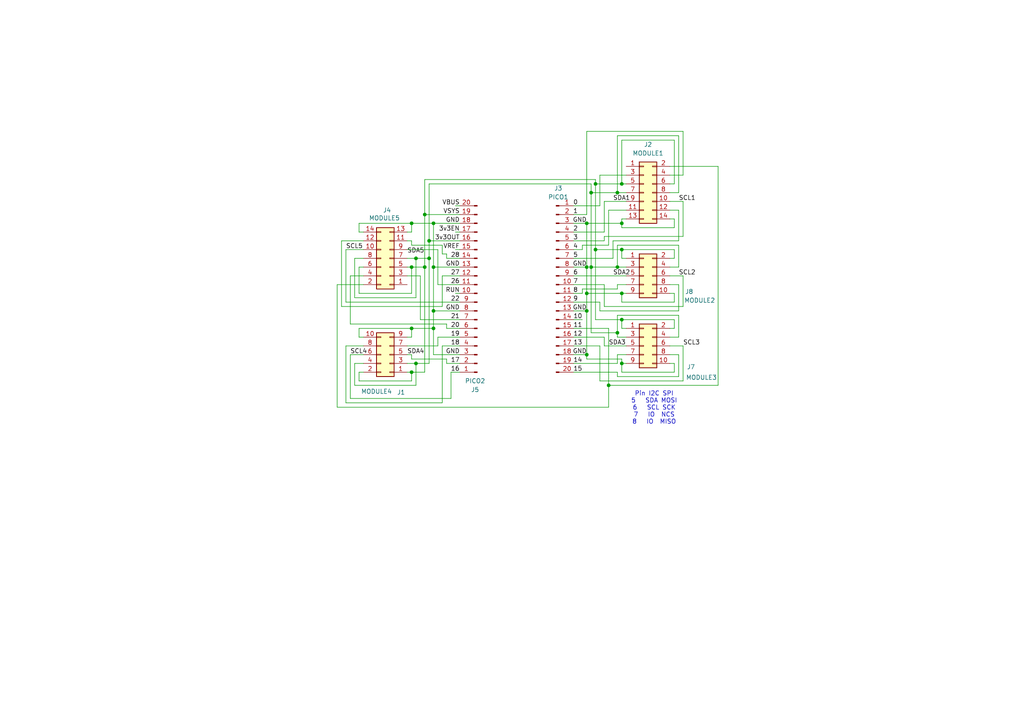
<source format=kicad_sch>
(kicad_sch (version 20231120) (generator "eeschema") (generator_version "8.0")
  (paper "A4")
  (lib_symbols
    (symbol "Connector:Conn_01x20_Pin" (pin_names (offset 1.016) hide)
      (property "Reference" "J" (at 0 25.4 0))
      (property "Value" "Conn_01x20_Pin" (at 0 -27.94 0))
      (symbol "Conn_01x20_Pin_1_1"
        (polyline (pts (xy 1.27 -25.4) (xy 0.8636 -25.4)) (stroke (width 0.1524)))
        (polyline (pts (xy 1.27 -22.86) (xy 0.8636 -22.86)) (stroke (width 0.1524)))
        (polyline (pts (xy 1.27 -20.32) (xy 0.8636 -20.32)) (stroke (width 0.1524)))
        (polyline (pts (xy 1.27 -17.78) (xy 0.8636 -17.78)) (stroke (width 0.1524)))
        (polyline (pts (xy 1.27 -15.24) (xy 0.8636 -15.24)) (stroke (width 0.1524)))
        (polyline (pts (xy 1.27 -12.7) (xy 0.8636 -12.7)) (stroke (width 0.1524)))
        (polyline (pts (xy 1.27 -10.16) (xy 0.8636 -10.16)) (stroke (width 0.1524)))
        (polyline (pts (xy 1.27 -7.62) (xy 0.8636 -7.62)) (stroke (width 0.1524)))
        (polyline (pts (xy 1.27 -5.08) (xy 0.8636 -5.08)) (stroke (width 0.1524)))
        (polyline (pts (xy 1.27 -2.54) (xy 0.8636 -2.54)) (stroke (width 0.1524)))
        (polyline (pts (xy 1.27 0) (xy 0.8636 0)) (stroke (width 0.1524)))
        (polyline (pts (xy 1.27 2.54) (xy 0.8636 2.54)) (stroke (width 0.1524)))
        (polyline (pts (xy 1.27 5.08) (xy 0.8636 5.08)) (stroke (width 0.1524)))
        (polyline (pts (xy 1.27 7.62) (xy 0.8636 7.62)) (stroke (width 0.1524)))
        (polyline (pts (xy 1.27 10.16) (xy 0.8636 10.16)) (stroke (width 0.1524)))
        (polyline (pts (xy 1.27 12.7) (xy 0.8636 12.7)) (stroke (width 0.1524)))
        (polyline (pts (xy 1.27 15.24) (xy 0.8636 15.24)) (stroke (width 0.1524)))
        (polyline (pts (xy 1.27 17.78) (xy 0.8636 17.78)) (stroke (width 0.1524)))
        (polyline (pts (xy 1.27 20.32) (xy 0.8636 20.32)) (stroke (width 0.1524)))
        (polyline (pts (xy 1.27 22.86) (xy 0.8636 22.86)) (stroke (width 0.1524)))
        (rectangle (start 0.8636 -25.273) (end 0 -25.527) (stroke (width 0.1524)) (fill (type outline)))
        (rectangle (start 0.8636 -22.733) (end 0 -22.987) (stroke (width 0.1524)) (fill (type outline)))
        (rectangle (start 0.8636 -20.193) (end 0 -20.447) (stroke (width 0.1524)) (fill (type outline)))
        (rectangle (start 0.8636 -17.653) (end 0 -17.907) (stroke (width 0.1524)) (fill (type outline)))
        (rectangle (start 0.8636 -15.113) (end 0 -15.367) (stroke (width 0.1524)) (fill (type outline)))
        (rectangle (start 0.8636 -12.573) (end 0 -12.827) (stroke (width 0.1524)) (fill (type outline)))
        (rectangle (start 0.8636 -10.033) (end 0 -10.287) (stroke (width 0.1524)) (fill (type outline)))
        (rectangle (start 0.8636 -7.493) (end 0 -7.747) (stroke (width 0.1524)) (fill (type outline)))
        (rectangle (start 0.8636 -4.953) (end 0 -5.207) (stroke (width 0.1524)) (fill (type outline)))
        (rectangle (start 0.8636 -2.413) (end 0 -2.667) (stroke (width 0.1524)) (fill (type outline)))
        (rectangle (start 0.8636 0.127) (end 0 -0.127) (stroke (width 0.1524)) (fill (type outline)))
        (rectangle (start 0.8636 2.667) (end 0 2.413) (stroke (width 0.1524)) (fill (type outline)))
        (rectangle (start 0.8636 5.207) (end 0 4.953) (stroke (width 0.1524)) (fill (type outline)))
        (rectangle (start 0.8636 7.747) (end 0 7.493) (stroke (width 0.1524)) (fill (type outline)))
        (rectangle (start 0.8636 10.287) (end 0 10.033) (stroke (width 0.1524)) (fill (type outline)))
        (rectangle (start 0.8636 12.827) (end 0 12.573) (stroke (width 0.1524)) (fill (type outline)))
        (rectangle (start 0.8636 15.367) (end 0 15.113) (stroke (width 0.1524)) (fill (type outline)))
        (rectangle (start 0.8636 17.907) (end 0 17.653) (stroke (width 0.1524)) (fill (type outline)))
        (rectangle (start 0.8636 20.447) (end 0 20.193) (stroke (width 0.1524)) (fill (type outline)))
        (rectangle (start 0.8636 22.987) (end 0 22.733) (stroke (width 0.1524)) (fill (type outline)))
        (pin passive line (at 5.08 22.86 180) (length 3.81) (name "Pin_1") (number "1"))
        (pin passive line (at 5.08 0 180) (length 3.81) (name "Pin_10") (number "10"))
        (pin passive line (at 5.08 -2.54 180) (length 3.81) (name "Pin_11") (number "11"))
        (pin passive line (at 5.08 -5.08 180) (length 3.81) (name "Pin_12") (number "12"))
        (pin passive line (at 5.08 -7.62 180) (length 3.81) (name "Pin_13") (number "13"))
        (pin passive line (at 5.08 -10.16 180) (length 3.81) (name "Pin_14") (number "14"))
        (pin passive line (at 5.08 -12.7 180) (length 3.81) (name "Pin_15") (number "15"))
        (pin passive line (at 5.08 -15.24 180) (length 3.81) (name "Pin_16") (number "16"))
        (pin passive line (at 5.08 -17.78 180) (length 3.81) (name "Pin_17") (number "17"))
        (pin passive line (at 5.08 -20.32 180) (length 3.81) (name "Pin_18") (number "18"))
        (pin passive line (at 5.08 -22.86 180) (length 3.81) (name "Pin_19") (number "19"))
        (pin passive line (at 5.08 20.32 180) (length 3.81) (name "Pin_2") (number "2"))
        (pin passive line (at 5.08 -25.4 180) (length 3.81) (name "Pin_20") (number "20"))
        (pin passive line (at 5.08 17.78 180) (length 3.81) (name "Pin_3") (number "3"))
        (pin passive line (at 5.08 15.24 180) (length 3.81) (name "Pin_4") (number "4"))
        (pin passive line (at 5.08 12.7 180) (length 3.81) (name "Pin_5") (number "5"))
        (pin passive line (at 5.08 10.16 180) (length 3.81) (name "Pin_6") (number "6"))
        (pin passive line (at 5.08 7.62 180) (length 3.81) (name "Pin_7") (number "7"))
        (pin passive line (at 5.08 5.08 180) (length 3.81) (name "Pin_8") (number "8"))
        (pin passive line (at 5.08 2.54 180) (length 3.81) (name "Pin_9") (number "9"))
      )
    )
    (symbol "Connector_Generic:Conn_02x05_Odd_Even" (pin_names (offset 1.016) hide)
      (property "Reference" "J" (at 1.27 7.62 0))
      (property "Value" "Conn_02x05_Odd_Even" (at 1.27 -7.62 0))
      (symbol "Conn_02x05_Odd_Even_1_1"
        (rectangle (start -1.27 -4.953) (end 0 -5.207) (stroke (width 0.1524)))
        (rectangle (start -1.27 -2.413) (end 0 -2.667) (stroke (width 0.1524)))
        (rectangle (start -1.27 0.127) (end 0 -0.127) (stroke (width 0.1524)))
        (rectangle (start -1.27 2.667) (end 0 2.413) (stroke (width 0.1524)))
        (rectangle (start -1.27 5.207) (end 0 4.953) (stroke (width 0.1524)))
        (rectangle (start -1.27 6.35) (end 3.81 -6.35) (stroke (width 0.254)) (fill (type background)))
        (rectangle (start 3.81 -4.953) (end 2.54 -5.207) (stroke (width 0.1524)))
        (rectangle (start 3.81 -2.413) (end 2.54 -2.667) (stroke (width 0.1524)))
        (rectangle (start 3.81 0.127) (end 2.54 -0.127) (stroke (width 0.1524)))
        (rectangle (start 3.81 2.667) (end 2.54 2.413) (stroke (width 0.1524)))
        (rectangle (start 3.81 5.207) (end 2.54 4.953) (stroke (width 0.1524)))
        (pin passive line (at -5.08 5.08 0) (length 3.81) (name "Pin_1") (number "1"))
        (pin passive line (at 7.62 -5.08 180) (length 3.81) (name "Pin_10") (number "10"))
        (pin passive line (at 7.62 5.08 180) (length 3.81) (name "Pin_2") (number "2"))
        (pin passive line (at -5.08 2.54 0) (length 3.81) (name "Pin_3") (number "3"))
        (pin passive line (at 7.62 2.54 180) (length 3.81) (name "Pin_4") (number "4"))
        (pin passive line (at -5.08 0 0) (length 3.81) (name "Pin_5") (number "5"))
        (pin passive line (at 7.62 0 180) (length 3.81) (name "Pin_6") (number "6"))
        (pin passive line (at -5.08 -2.54 0) (length 3.81) (name "Pin_7") (number "7"))
        (pin passive line (at 7.62 -2.54 180) (length 3.81) (name "Pin_8") (number "8"))
        (pin passive line (at -5.08 -5.08 0) (length 3.81) (name "Pin_9") (number "9"))
      )
    )
    (symbol "Connector_Generic:Conn_02x07_Odd_Even" (pin_names (offset 1.016) hide)
      (property "Reference" "J" (at 1.27 10.16 0))
      (property "Value" "Conn_02x07_Odd_Even" (at 1.27 -10.16 0))
      (symbol "Conn_02x07_Odd_Even_1_1"
        (rectangle (start -1.27 -7.493) (end 0 -7.747) (stroke (width 0.1524)))
        (rectangle (start -1.27 -4.953) (end 0 -5.207) (stroke (width 0.1524)))
        (rectangle (start -1.27 -2.413) (end 0 -2.667) (stroke (width 0.1524)))
        (rectangle (start -1.27 0.127) (end 0 -0.127) (stroke (width 0.1524)))
        (rectangle (start -1.27 2.667) (end 0 2.413) (stroke (width 0.1524)))
        (rectangle (start -1.27 5.207) (end 0 4.953) (stroke (width 0.1524)))
        (rectangle (start -1.27 7.747) (end 0 7.493) (stroke (width 0.1524)))
        (rectangle (start -1.27 8.89) (end 3.81 -8.89) (stroke (width 0.254)) (fill (type background)))
        (rectangle (start 3.81 -7.493) (end 2.54 -7.747) (stroke (width 0.1524)))
        (rectangle (start 3.81 -4.953) (end 2.54 -5.207) (stroke (width 0.1524)))
        (rectangle (start 3.81 -2.413) (end 2.54 -2.667) (stroke (width 0.1524)))
        (rectangle (start 3.81 0.127) (end 2.54 -0.127) (stroke (width 0.1524)))
        (rectangle (start 3.81 2.667) (end 2.54 2.413) (stroke (width 0.1524)))
        (rectangle (start 3.81 5.207) (end 2.54 4.953) (stroke (width 0.1524)))
        (rectangle (start 3.81 7.747) (end 2.54 7.493) (stroke (width 0.1524)))
        (pin passive line (at -5.08 7.62 0) (length 3.81) (name "Pin_1") (number "1"))
        (pin passive line (at 7.62 -2.54 180) (length 3.81) (name "Pin_10") (number "10"))
        (pin passive line (at -5.08 -5.08 0) (length 3.81) (name "Pin_11") (number "11"))
        (pin passive line (at 7.62 -5.08 180) (length 3.81) (name "Pin_12") (number "12"))
        (pin passive line (at -5.08 -7.62 0) (length 3.81) (name "Pin_13") (number "13"))
        (pin passive line (at 7.62 -7.62 180) (length 3.81) (name "Pin_14") (number "14"))
        (pin passive line (at 7.62 7.62 180) (length 3.81) (name "Pin_2") (number "2"))
        (pin passive line (at -5.08 5.08 0) (length 3.81) (name "Pin_3") (number "3"))
        (pin passive line (at 7.62 5.08 180) (length 3.81) (name "Pin_4") (number "4"))
        (pin passive line (at -5.08 2.54 0) (length 3.81) (name "Pin_5") (number "5"))
        (pin passive line (at 7.62 2.54 180) (length 3.81) (name "Pin_6") (number "6"))
        (pin passive line (at -5.08 0 0) (length 3.81) (name "Pin_7") (number "7"))
        (pin passive line (at 7.62 0 180) (length 3.81) (name "Pin_8") (number "8"))
        (pin passive line (at -5.08 -2.54 0) (length 3.81) (name "Pin_9") (number "9"))
      )
    )
  )
  (junction (at 170.18 90.17))
  (junction (at 172.72 72.39))
  (junction (at 171.45 55.88))
  (junction (at 125.73 95.25))
  (junction (at 125.73 77.47))
  (junction (at 172.72 53.34))
  (junction (at 180.34 64.77))
  (junction (at 170.18 77.47))
  (junction (at 179.07 55.88))
  (junction (at 124.46 74.93))
  (junction (at 123.19 77.47))
  (junction (at 180.34 53.34))
  (junction (at 176.53 111.76))
  (junction (at 119.38 107.95))
  (junction (at 180.34 105.41))
  (junction (at 180.34 92.71))
  (junction (at 123.19 62.23))
  (junction (at 180.34 85.09))
  (junction (at 120.65 105.41))
  (junction (at 179.07 96.52))
  (junction (at 180.34 72.39))
  (junction (at 170.18 85.09))
  (junction (at 124.46 69.85))
  (junction (at 119.38 95.25))
  (junction (at 170.18 102.87))
  (junction (at 171.45 77.47))
  (junction (at 119.38 77.47))
  (junction (at 170.18 64.77))
  (junction (at 125.73 64.77))
  (junction (at 120.65 74.93))
  (junction (at 119.38 64.77))
  (junction (at 125.73 90.17))
  (junction (at 179.07 77.47))
  (wire (pts (xy 196.85 91.44) (xy 196.85 97.79)))
  (wire (pts (xy 179.07 82.55) (xy 179.07 83.82)))
  (wire (pts (xy 180.34 63.5) (xy 181.61 63.5)))
  (wire (pts (xy 118.11 74.93) (xy 120.65 74.93)))
  (wire (pts (xy 171.45 96.52) (xy 171.45 77.47)))
  (wire (pts (xy 133.35 85.09) (xy 132.08 85.09)))
  (wire (pts (xy 119.38 71.12) (xy 119.38 69.85)))
  (wire (pts (xy 175.26 88.9) (xy 175.26 82.55)))
  (wire (pts (xy 196.85 77.47) (xy 194.31 77.47)))
  (wire (pts (xy 194.31 102.87) (xy 196.85 102.87)))
  (wire (pts (xy 97.79 82.55) (xy 97.79 118.11)))
  (wire (pts (xy 166.37 72.39) (xy 168.91 72.39)))
  (wire (pts (xy 121.92 80.01) (xy 121.92 92.71)))
  (wire (pts (xy 166.37 80.01) (xy 181.61 80.01)))
  (wire (pts (xy 181.61 77.47) (xy 179.07 77.47)))
  (wire (pts (xy 172.72 52.07) (xy 123.19 52.07)))
  (wire (pts (xy 124.46 69.85) (xy 124.46 74.93)))
  (wire (pts (xy 173.99 87.63) (xy 173.99 90.17)))
  (wire (pts (xy 170.18 62.23) (xy 170.18 38.1)))
  (wire (pts (xy 180.34 92.71) (xy 180.34 95.25)))
  (wire (pts (xy 194.31 105.41) (xy 195.58 105.41)))
  (wire (pts (xy 175.26 100.33) (xy 175.26 97.79)))
  (wire (pts (xy 99.06 88.9) (xy 99.06 69.85)))
  (wire (pts (xy 123.19 62.23) (xy 123.19 77.47)))
  (wire (pts (xy 179.07 91.44) (xy 196.85 91.44)))
  (wire (pts (xy 194.31 55.88) (xy 196.85 55.88)))
  (wire (pts (xy 121.92 80.01) (xy 118.11 80.01)))
  (wire (pts (xy 121.92 92.71) (xy 133.35 92.71)))
  (wire (pts (xy 105.41 97.79) (xy 104.14 97.79)))
  (wire (pts (xy 179.07 97.79) (xy 179.07 96.52)))
  (wire (pts (xy 166.37 100.33) (xy 173.99 100.33)))
  (wire (pts (xy 124.46 74.93) (xy 124.46 105.41)))
  (wire (pts (xy 133.35 72.39) (xy 132.08 72.39)))
  (wire (pts (xy 194.31 53.34) (xy 195.58 53.34)))
  (wire (pts (xy 129.54 73.66) (xy 128.27 73.66)))
  (wire (pts (xy 194.31 58.42) (xy 198.12 58.42)))
  (wire (pts (xy 194.31 82.55) (xy 196.85 82.55)))
  (wire (pts (xy 127 82.55) (xy 127 72.39)))
  (wire (pts (xy 194.31 95.25) (xy 195.58 95.25)))
  (wire (pts (xy 166.37 105.41) (xy 179.07 105.41)))
  (wire (pts (xy 170.18 38.1) (xy 198.12 38.1)))
  (wire (pts (xy 119.38 77.47) (xy 123.19 77.47)))
  (wire (pts (xy 195.58 95.25) (xy 195.58 92.71)))
  (wire (pts (xy 123.19 52.07) (xy 123.19 62.23)))
  (wire (pts (xy 180.34 66.04) (xy 180.34 64.77)))
  (wire (pts (xy 170.18 90.17) (xy 166.37 90.17)))
  (wire (pts (xy 172.72 53.34) (xy 180.34 53.34)))
  (wire (pts (xy 195.58 66.04) (xy 180.34 66.04)))
  (wire (pts (xy 119.38 67.31) (xy 119.38 64.77)))
  (wire (pts (xy 175.26 68.58) (xy 175.26 69.85)))
  (wire (pts (xy 194.31 85.09) (xy 195.58 85.09)))
  (wire (pts (xy 128.27 116.84) (xy 100.33 116.84)))
  (wire (pts (xy 179.07 39.37) (xy 196.85 39.37)))
  (wire (pts (xy 173.99 100.33) (xy 173.99 110.49)))
  (wire (pts (xy 198.12 38.1) (xy 198.12 50.8)))
  (wire (pts (xy 181.61 74.93) (xy 180.34 74.93)))
  (wire (pts (xy 125.73 77.47) (xy 125.73 90.17)))
  (wire (pts (xy 105.41 82.55) (xy 97.79 82.55)))
  (wire (pts (xy 195.58 63.5) (xy 195.58 66.04)))
  (wire (pts (xy 119.38 64.77) (xy 104.14 64.77)))
  (wire (pts (xy 104.14 77.47) (xy 105.41 77.47)))
  (wire (pts (xy 100.33 72.39) (xy 105.41 72.39)))
  (wire (pts (xy 196.85 69.85) (xy 196.85 60.96)))
  (wire (pts (xy 180.34 104.14) (xy 170.18 104.14)))
  (wire (pts (xy 175.26 58.42) (xy 181.61 58.42)))
  (wire (pts (xy 166.37 67.31) (xy 175.26 67.31)))
  (wire (pts (xy 170.18 77.47) (xy 170.18 64.77)))
  (wire (pts (xy 125.73 95.25) (xy 125.73 90.17)))
  (wire (pts (xy 119.38 102.87) (xy 119.38 104.14)))
  (wire (pts (xy 176.53 111.76) (xy 208.28 111.76)))
  (wire (pts (xy 166.37 92.71) (xy 168.91 92.71)))
  (wire (pts (xy 195.58 85.09) (xy 195.58 87.63)))
  (wire (pts (xy 123.19 107.95) (xy 119.38 107.95)))
  (wire (pts (xy 180.34 72.39) (xy 195.58 72.39)))
  (wire (pts (xy 129.54 73.66) (xy 129.54 74.93)))
  (wire (pts (xy 102.87 111.76) (xy 102.87 105.41)))
  (wire (pts (xy 133.35 67.31) (xy 132.08 67.31)))
  (wire (pts (xy 179.07 102.87) (xy 181.61 102.87)))
  (wire (pts (xy 180.34 64.77) (xy 180.34 63.5)))
  (wire (pts (xy 179.07 71.12) (xy 196.85 71.12)))
  (wire (pts (xy 119.38 64.77) (xy 125.73 64.77)))
  (wire (pts (xy 133.35 80.01) (xy 128.27 80.01)))
  (wire (pts (xy 104.14 110.49) (xy 104.14 107.95)))
  (wire (pts (xy 128.27 100.33) (xy 133.35 100.33)))
  (wire (pts (xy 170.18 90.17) (xy 170.18 85.09)))
  (wire (pts (xy 133.35 102.87) (xy 125.73 102.87)))
  (wire (pts (xy 120.65 74.93) (xy 120.65 86.36)))
  (wire (pts (xy 118.11 69.85) (xy 119.38 69.85)))
  (wire (pts (xy 128.27 73.66) (xy 128.27 71.12)))
  (wire (pts (xy 170.18 77.47) (xy 166.37 77.47)))
  (wire (pts (xy 170.18 64.77) (xy 180.34 64.77)))
  (wire (pts (xy 172.72 72.39) (xy 172.72 53.34)))
  (wire (pts (xy 181.61 85.09) (xy 180.34 85.09)))
  (wire (pts (xy 124.46 69.85) (xy 133.35 69.85)))
  (wire (pts (xy 180.34 105.41) (xy 180.34 104.14)))
  (wire (pts (xy 120.65 86.36) (xy 102.87 86.36)))
  (wire (pts (xy 175.26 67.31) (xy 175.26 58.42)))
  (wire (pts (xy 180.34 40.64) (xy 195.58 40.64)))
  (wire (pts (xy 97.79 118.11) (xy 176.53 118.11)))
  (wire (pts (xy 177.8 74.93) (xy 177.8 69.85)))
  (wire (pts (xy 166.37 87.63) (xy 173.99 87.63)))
  (wire (pts (xy 128.27 88.9) (xy 99.06 88.9)))
  (wire (pts (xy 180.34 95.25) (xy 181.61 95.25)))
  (wire (pts (xy 166.37 69.85) (xy 175.26 69.85)))
  (wire (pts (xy 180.34 87.63) (xy 195.58 87.63)))
  (wire (pts (xy 180.34 92.71) (xy 172.72 92.71)))
  (wire (pts (xy 119.38 77.47) (xy 119.38 85.09)))
  (wire (pts (xy 125.73 102.87) (xy 125.73 95.25)))
  (wire (pts (xy 168.91 72.39) (xy 168.91 71.12)))
  (wire (pts (xy 179.07 55.88) (xy 181.61 55.88)))
  (wire (pts (xy 129.54 95.25) (xy 133.35 95.25)))
  (wire (pts (xy 198.12 68.58) (xy 175.26 68.58)))
  (wire (pts (xy 176.53 60.96) (xy 181.61 60.96)))
  (wire (pts (xy 119.38 107.95) (xy 119.38 110.49)))
  (wire (pts (xy 133.35 59.69) (xy 132.08 59.69)))
  (wire (pts (xy 102.87 86.36) (xy 102.87 74.93)))
  (wire (pts (xy 179.07 77.47) (xy 179.07 71.12)))
  (wire (pts (xy 118.11 67.31) (xy 119.38 67.31)))
  (wire (pts (xy 166.37 97.79) (xy 175.26 97.79)))
  (wire (pts (xy 171.45 55.88) (xy 179.07 55.88)))
  (wire (pts (xy 124.46 53.34) (xy 124.46 69.85)))
  (wire (pts (xy 171.45 77.47) (xy 179.07 77.47)))
  (wire (pts (xy 170.18 102.87) (xy 170.18 104.14)))
  (wire (pts (xy 129.54 74.93) (xy 133.35 74.93)))
  (wire (pts (xy 166.37 107.95) (xy 179.07 107.95)))
  (wire (pts (xy 104.14 85.09) (xy 104.14 77.47)))
  (wire (pts (xy 119.38 85.09) (xy 104.14 85.09)))
  (wire (pts (xy 170.18 85.09) (xy 180.34 85.09)))
  (wire (pts (xy 170.18 64.77) (xy 166.37 64.77)))
  (wire (pts (xy 195.58 74.93) (xy 194.31 74.93)))
  (wire (pts (xy 166.37 82.55) (xy 175.26 82.55)))
  (wire (pts (xy 133.35 87.63) (xy 100.33 87.63)))
  (wire (pts (xy 179.07 109.22) (xy 179.07 107.95)))
  (wire (pts (xy 127 97.79) (xy 133.35 97.79)))
  (wire (pts (xy 173.99 50.8) (xy 181.61 50.8)))
  (wire (pts (xy 176.53 71.12) (xy 176.53 60.96)))
  (wire (pts (xy 180.34 107.95) (xy 180.34 105.41)))
  (wire (pts (xy 180.34 85.09) (xy 180.34 87.63)))
  (wire (pts (xy 125.73 77.47) (xy 125.73 64.77)))
  (wire (pts (xy 129.54 105.41) (xy 133.35 105.41)))
  (wire (pts (xy 133.35 77.47) (xy 125.73 77.47)))
  (wire (pts (xy 196.85 71.12) (xy 196.85 77.47)))
  (wire (pts (xy 198.12 88.9) (xy 198.12 80.01)))
  (wire (pts (xy 171.45 77.47) (xy 171.45 55.88)))
  (wire (pts (xy 196.85 39.37) (xy 196.85 55.88)))
  (wire (pts (xy 119.38 110.49) (xy 104.14 110.49)))
  (wire (pts (xy 198.12 68.58) (xy 198.12 58.42)))
  (wire (pts (xy 118.11 77.47) (xy 119.38 77.47)))
  (wire (pts (xy 166.37 59.69) (xy 173.99 59.69)))
  (wire (pts (xy 118.11 100.33) (xy 127 100.33)))
  (wire (pts (xy 176.53 118.11) (xy 176.53 111.76)))
  (wire (pts (xy 104.14 97.79) (xy 104.14 95.25)))
  (wire (pts (xy 168.91 71.12) (xy 176.53 71.12)))
  (wire (pts (xy 100.33 116.84) (xy 100.33 100.33)))
  (wire (pts (xy 127 97.79) (xy 127 100.33)))
  (wire (pts (xy 168.91 83.82) (xy 179.07 83.82)))
  (wire (pts (xy 166.37 74.93) (xy 177.8 74.93)))
  (wire (pts (xy 170.18 85.09) (xy 170.18 77.47)))
  (wire (pts (xy 179.07 105.41) (xy 179.07 102.87)))
  (wire (pts (xy 180.34 53.34) (xy 180.34 40.64)))
  (wire (pts (xy 196.85 90.17) (xy 196.85 82.55)))
  (wire (pts (xy 198.12 110.49) (xy 198.12 100.33)))
  (wire (pts (xy 196.85 97.79) (xy 194.31 97.79)))
  (wire (pts (xy 99.06 69.85) (xy 105.41 69.85)))
  (wire (pts (xy 101.6 80.01) (xy 105.41 80.01)))
  (wire (pts (xy 118.11 97.79) (xy 119.38 97.79)))
  (wire (pts (xy 120.65 105.41) (xy 120.65 111.76)))
  (wire (pts (xy 123.19 62.23) (xy 133.35 62.23)))
  (wire (pts (xy 129.54 93.98) (xy 129.54 95.25)))
  (wire (pts (xy 101.6 115.57) (xy 101.6 102.87)))
  (wire (pts (xy 124.46 53.34) (xy 171.45 53.34)))
  (wire (pts (xy 101.6 102.87) (xy 105.41 102.87)))
  (wire (pts (xy 195.58 92.71) (xy 180.34 92.71)))
  (wire (pts (xy 128.27 100.33) (xy 128.27 116.84)))
  (wire (pts (xy 198.12 50.8) (xy 194.31 50.8)))
  (wire (pts (xy 208.28 111.76) (xy 208.28 48.26)))
  (wire (pts (xy 166.37 85.09) (xy 168.91 85.09)))
  (wire (pts (xy 177.8 69.85) (xy 196.85 69.85)))
  (wire (pts (xy 195.58 40.64) (xy 195.58 53.34)))
  (wire (pts (xy 102.87 105.41) (xy 105.41 105.41)))
  (wire (pts (xy 168.91 83.82) (xy 168.91 85.09)))
  (wire (pts (xy 166.37 62.23) (xy 170.18 62.23)))
  (wire (pts (xy 133.35 82.55) (xy 127 82.55)))
  (wire (pts (xy 166.37 95.25) (xy 176.53 95.25)))
  (wire (pts (xy 118.11 107.95) (xy 119.38 107.95)))
  (wire (pts (xy 133.35 64.77) (xy 125.73 64.77)))
  (wire (pts (xy 196.85 109.22) (xy 196.85 102.87)))
  (wire (pts (xy 196.85 60.96) (xy 194.31 60.96)))
  (wire (pts (xy 180.34 105.41) (xy 181.61 105.41)))
  (wire (pts (xy 119.38 104.14) (xy 129.54 104.14)))
  (wire (pts (xy 130.81 107.95) (xy 130.81 115.57)))
  (wire (pts (xy 195.58 72.39) (xy 195.58 74.93)))
  (wire (pts (xy 130.81 115.57) (xy 101.6 115.57)))
  (wire (pts (xy 175.26 100.33) (xy 181.61 100.33)))
  (wire (pts (xy 194.31 63.5) (xy 195.58 63.5)))
  (wire (pts (xy 104.14 95.25) (xy 119.38 95.25)))
  (wire (pts (xy 104.14 64.77) (xy 104.14 67.31)))
  (wire (pts (xy 170.18 102.87) (xy 170.18 90.17)))
  (wire (pts (xy 118.11 105.41) (xy 120.65 105.41)))
  (wire (pts (xy 100.33 100.33) (xy 105.41 100.33)))
  (wire (pts (xy 172.72 53.34) (xy 172.72 52.07)))
  (wire (pts (xy 101.6 93.98) (xy 129.54 93.98)))
  (wire (pts (xy 171.45 55.88) (xy 171.45 53.34)))
  (wire (pts (xy 130.81 107.95) (xy 133.35 107.95)))
  (wire (pts (xy 127 72.39) (xy 118.11 72.39)))
  (wire (pts (xy 208.28 48.26) (xy 194.31 48.26)))
  (wire (pts (xy 129.54 104.14) (xy 129.54 105.41)))
  (wire (pts (xy 198.12 88.9) (xy 175.26 88.9)))
  (wire (pts (xy 119.38 95.25) (xy 125.73 95.25)))
  (wire (pts (xy 171.45 96.52) (xy 179.07 96.52)))
  (wire (pts (xy 128.27 80.01) (xy 128.27 88.9)))
  (wire (pts (xy 172.72 72.39) (xy 180.34 72.39)))
  (wire (pts (xy 173.99 90.17) (xy 196.85 90.17)))
  (wire (pts (xy 101.6 80.01) (xy 101.6 93.98)))
  (wire (pts (xy 176.53 95.25) (xy 176.53 111.76)))
  (wire (pts (xy 179.07 109.22) (xy 196.85 109.22)))
  (wire (pts (xy 120.65 74.93) (xy 124.46 74.93)))
  (wire (pts (xy 180.34 74.93) (xy 180.34 72.39)))
  (wire (pts (xy 179.07 96.52) (xy 179.07 91.44)))
  (wire (pts (xy 179.07 55.88) (xy 179.07 39.37)))
  (wire (pts (xy 119.38 95.25) (xy 119.38 97.79)))
  (wire (pts (xy 195.58 105.41) (xy 195.58 107.95)))
  (wire (pts (xy 118.11 102.87) (xy 119.38 102.87)))
  (wire (pts (xy 133.35 90.17) (xy 125.73 90.17)))
  (wire (pts (xy 172.72 92.71) (xy 172.72 72.39)))
  (wire (pts (xy 102.87 74.93) (xy 105.41 74.93)))
  (wire (pts (xy 120.65 111.76) (xy 102.87 111.76)))
  (wire (pts (xy 170.18 102.87) (xy 166.37 102.87)))
  (wire (pts (xy 123.19 77.47) (xy 123.19 107.95)))
  (wire (pts (xy 128.27 71.12) (xy 119.38 71.12)))
  (wire (pts (xy 100.33 87.63) (xy 100.33 72.39)))
  (wire (pts (xy 104.14 107.95) (xy 105.41 107.95)))
  (wire (pts (xy 173.99 110.49) (xy 198.12 110.49)))
  (wire (pts (xy 173.99 59.69) (xy 173.99 50.8)))
  (wire (pts (xy 181.61 97.79) (xy 179.07 97.79)))
  (wire (pts (xy 181.61 82.55) (xy 179.07 82.55)))
  (wire (pts (xy 181.61 53.34) (xy 180.34 53.34)))
  (wire (pts (xy 195.58 107.95) (xy 180.34 107.95)))
  (wire (pts (xy 198.12 100.33) (xy 194.31 100.33)))
  (wire (pts (xy 104.14 67.31) (xy 105.41 67.31)))
  (wire (pts (xy 198.12 80.01) (xy 194.31 80.01)))
  (wire (pts (xy 124.46 105.41) (xy 120.65 105.41)))
  (text "Pin I2C SPI\n5   SDA MOSI\n6   SCL SCK\n7   IO  NCS\n8   IO  MISO\n" (at 189.738 118.364 0) (effects (font (size 1.27 1.27))))
  (label "22" (at 133.35 87.63 180))
  (label "GND" (at 133.35 77.47 180))
  (label "2" (at 167.64 67.31 180))
  (label "SDA3" (at 176.53 100.33 0))
  (label "4" (at 167.64 72.39 180))
  (label "11" (at 168.91 95.25 180))
  (label "16" (at 133.35 107.95 180))
  (label "VBUS" (at 133.35 59.69 180))
  (label "7" (at 167.64 82.55 180))
  (label "17" (at 133.35 105.41 180))
  (label "SDA2" (at 177.8 80.01 0))
  (label "SCL2" (at 196.85 80.01 0))
  (label "6" (at 167.64 80.01 180))
  (label "GND" (at 170.18 77.47 180))
  (label "RUN" (at 133.35 85.09 180))
  (label "SCL4" (at 101.6 102.87 0))
  (label "28" (at 133.35 74.93 180))
  (label "GND" (at 133.35 64.77 180))
  (label "VSYS" (at 133.35 62.23 180))
  (label "27" (at 133.35 80.01 180))
  (label "12" (at 168.91 97.79 180))
  (label "18" (at 133.35 100.33 180))
  (label "SCL1" (at 196.85 58.42 0))
  (label "9" (at 167.64 87.63 180))
  (label "3v3EN" (at 133.35 67.31 180))
  (label "15" (at 168.91 107.95 180))
  (label "20" (at 133.35 95.25 180))
  (label "SDA5" (at 118.11 73.66 0))
  (label "10" (at 168.91 92.71 180))
  (label "8" (at 167.64 85.09 180))
  (label "19" (at 133.35 97.79 180))
  (label "14" (at 168.91 105.41 180))
  (label "5" (at 167.64 74.93 180))
  (label "VREF" (at 133.35 72.39 180))
  (label "GND" (at 170.18 64.77 180))
  (label "1" (at 167.64 62.23 180))
  (label "GND" (at 133.35 90.17 180))
  (label "3v3OUT" (at 133.35 69.85 180))
  (label "SDA4" (at 118.11 102.87 0))
  (label "GND" (at 170.18 102.87 180))
  (label "21" (at 133.35 92.71 180))
  (label "GND" (at 133.35 102.87 180))
  (label "SCL5" (at 100.33 72.39 0))
  (label "SDA1" (at 177.8 58.42 0))
  (label "0" (at 167.64 59.69 180))
  (label "SCL3" (at 198.12 100.33 0))
  (label "GND" (at 170.18 90.17 180))
  (label "13" (at 168.91 100.33 180))
  (label "3" (at 167.64 69.85 180))
  (label "26" (at 133.35 82.55 180))
  (symbol (lib_id "Connector_Generic:Conn_02x07_Odd_Even") (at 186.69 55.88 0) (unit 1)
    (property "Reference" "J2" (at 187.96 41.91 0))
    (property "Value" "MODULE1" (at 187.96 44.45 0))
    (property "Description" "Generic connector, double row, 02x07, odd/even pin numbering scheme (row 1 odd numbers, row 2 even numbers), script generated (kicad-library-utils/schlib/autogen/connector/)" (effects (hide yes)))
  )
  (symbol (lib_id "Connector_Generic:Conn_02x05_Odd_Even") (at 186.69 80.01 0) (unit 1)
    (property "Reference" "J8" (at 199.898 84.582 0))
    (property "Value" "MODULE2" (at 202.946 87.122 0))
    (property "Description" "Generic connector, double row, 02x05, odd/even pin numbering scheme (row 1 odd numbers, row 2 even numbers), script generated (kicad-library-utils/schlib/autogen/connector/)" (effects (hide yes)))
  )
  (symbol (lib_id "Connector_Generic:Conn_02x05_Odd_Even") (at 113.03 102.87 180) (unit 1)
    (property "Reference" "J1" (at 116.332 113.792 0))
    (property "Value" "MODULE4" (at 109.22 113.538 0))
    (property "Description" "Generic connector, double row, 02x05, odd/even pin numbering scheme (row 1 odd numbers, row 2 even numbers), script generated (kicad-library-utils/schlib/autogen/connector/)" (effects (hide yes)))
  )
  (symbol (lib_id "Connector:Conn_01x20_Pin") (at 138.43 85.09 180) (unit 1)
    (property "Reference" "J5" (at 137.795 113.03 0))
    (property "Value" "PICO2" (at 137.795 110.49 0))
    (property "Description" "Generic connector, single row, 01x20, script generated" (effects (hide yes)))
  )
  (symbol (lib_id "Connector_Generic:Conn_02x07_Odd_Even") (at 113.03 74.93 180) (unit 1)
    (property "Reference" "J4" (at 112.268 60.96 0))
    (property "Value" "MODULE5" (at 111.506 63.246 0))
    (property "Description" "Generic connector, double row, 02x07, odd/even pin numbering scheme (row 1 odd numbers, row 2 even numbers), script generated (kicad-library-utils/schlib/autogen/connector/)" (effects (hide yes)))
  )
  (symbol (lib_id "Connector_Generic:Conn_02x05_Odd_Even") (at 186.69 100.33 0) (unit 1)
    (property "Reference" "J7" (at 200.406 106.426 0))
    (property "Value" "MODULE3" (at 203.454 109.474 0))
    (property "Description" "Generic connector, double row, 02x05, odd/even pin numbering scheme (row 1 odd numbers, row 2 even numbers), script generated (kicad-library-utils/schlib/autogen/connector/)" (effects (hide yes)))
  )
  (symbol (lib_id "Connector:Conn_01x20_Pin") (at 161.29 82.55 0) (unit 1)
    (property "Reference" "J3" (at 161.925 54.61 0))
    (property "Value" "PICO1" (at 161.925 57.15 0))
    (property "Description" "Generic connector, single row, 01x20, script generated" (effects (hide yes)))
  )
)
</source>
